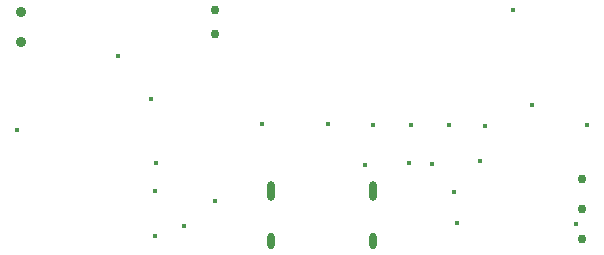
<source format=gbr>
%TF.GenerationSoftware,KiCad,Pcbnew,7.0.7*%
%TF.CreationDate,2024-02-01T03:44:10-06:00*%
%TF.ProjectId,Md-rev-1,4d642d72-6576-42d3-912e-6b696361645f,rev?*%
%TF.SameCoordinates,Original*%
%TF.FileFunction,Plated,1,2,PTH,Mixed*%
%TF.FilePolarity,Positive*%
%FSLAX46Y46*%
G04 Gerber Fmt 4.6, Leading zero omitted, Abs format (unit mm)*
G04 Created by KiCad (PCBNEW 7.0.7) date 2024-02-01 03:44:10*
%MOMM*%
%LPD*%
G01*
G04 APERTURE LIST*
%TA.AperFunction,ViaDrill*%
%ADD10C,0.400000*%
%TD*%
G04 aperture for slot hole*
%TA.AperFunction,ComponentDrill*%
%ADD11O,0.600000X1.700000*%
%TD*%
G04 aperture for slot hole*
%TA.AperFunction,ComponentDrill*%
%ADD12O,0.600000X1.400000*%
%TD*%
%TA.AperFunction,ComponentDrill*%
%ADD13C,0.750000*%
%TD*%
%TA.AperFunction,ComponentDrill*%
%ADD14C,0.760000*%
%TD*%
%TA.AperFunction,ComponentDrill*%
%ADD15C,0.870000*%
%TD*%
G04 APERTURE END LIST*
D10*
X131080000Y-115130000D03*
X139630000Y-108830000D03*
X142450000Y-112480000D03*
X142770000Y-120280000D03*
X142820000Y-124110000D03*
X142890000Y-117970000D03*
X145240000Y-123255000D03*
X147840000Y-121160000D03*
X151850000Y-114620000D03*
X157430000Y-114640000D03*
X160540000Y-118120000D03*
X161240000Y-114740000D03*
X164280000Y-117970000D03*
X164470000Y-114700000D03*
X166200000Y-118010000D03*
X167670000Y-114720000D03*
X168080000Y-120420000D03*
X168320000Y-123020000D03*
X170310000Y-117760000D03*
X170750000Y-114780000D03*
X173080000Y-105010000D03*
X174690000Y-112980000D03*
X178430000Y-123070000D03*
X179400000Y-114750000D03*
D11*
%TO.C,J1*%
X152580000Y-120325000D03*
D12*
X152580000Y-124505000D03*
D11*
X161220000Y-120325000D03*
D12*
X161220000Y-124505000D03*
D13*
%TO.C,*%
X147850000Y-105000000D03*
X147850000Y-107000000D03*
D14*
X178940000Y-119260000D03*
X178940000Y-121800000D03*
X178940000Y-124340000D03*
D15*
X131450000Y-105130000D03*
X131450000Y-107670000D03*
M02*

</source>
